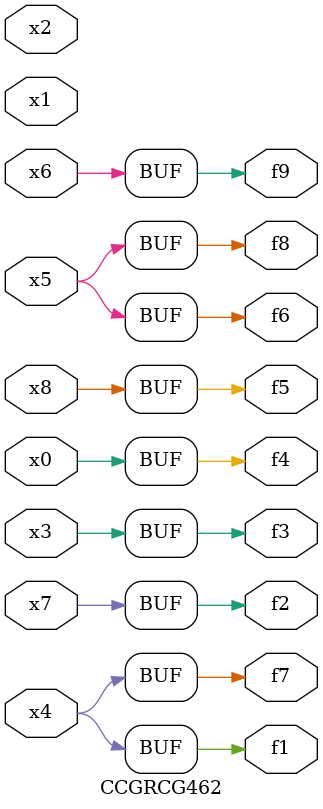
<source format=v>
module CCGRCG462(
	input x0, x1, x2, x3, x4, x5, x6, x7, x8,
	output f1, f2, f3, f4, f5, f6, f7, f8, f9
);
	assign f1 = x4;
	assign f2 = x7;
	assign f3 = x3;
	assign f4 = x0;
	assign f5 = x8;
	assign f6 = x5;
	assign f7 = x4;
	assign f8 = x5;
	assign f9 = x6;
endmodule

</source>
